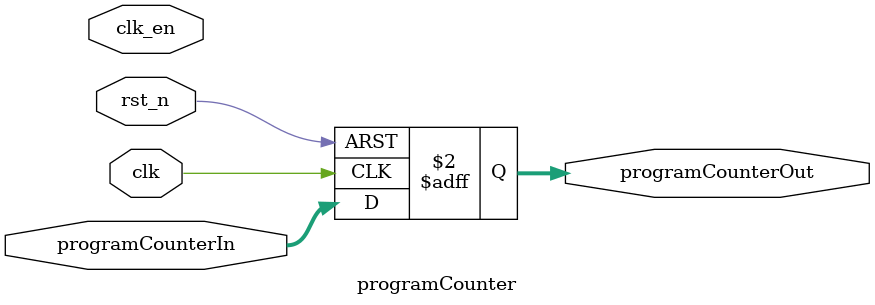
<source format=v>

module programCounter (
  
  input wire clk,    // Clock
  input wire clk_en, // Clock Enable
  input wire rst_n,  // Reset

  input wire [31:0] programCounterIn,
  output reg [31:0] programCounterOut
);

always @(posedge clk, posedge rst_n) 
  begin
    if(rst_n)
        programCounterOut <= 0;
    else
        programCounterOut <= programCounterIn;
  end

endmodule
</source>
